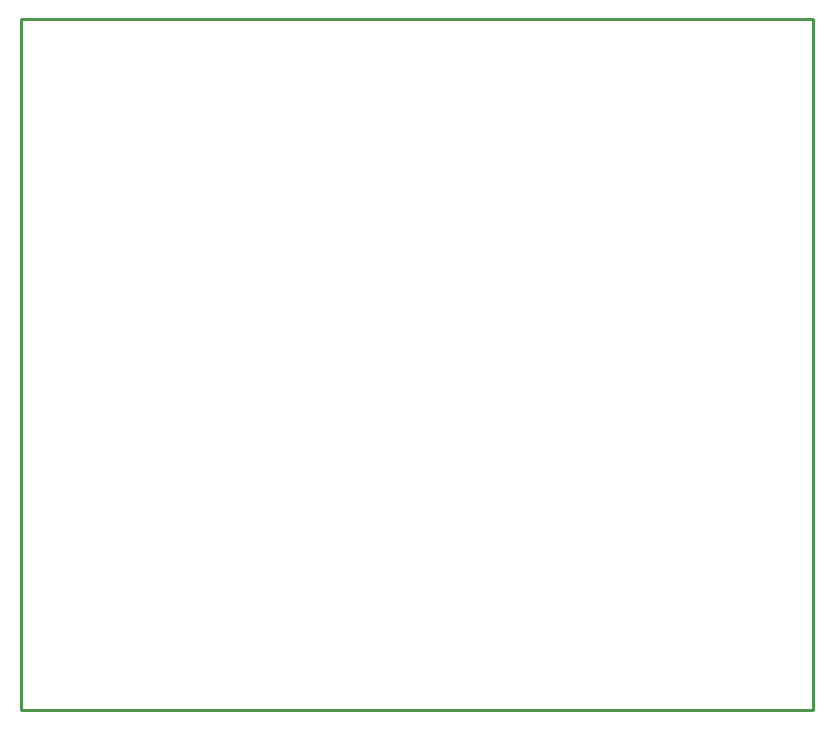
<source format=gbr>
G04*
G04 #@! TF.GenerationSoftware,Altium Limited,Altium Designer,23.2.1 (34)*
G04*
G04 Layer_Color=16711935*
%FSLAX25Y25*%
%MOIN*%
G70*
G04*
G04 #@! TF.SameCoordinates,168D8CC4-6B96-4916-8BE8-BBD7D9E71175*
G04*
G04*
G04 #@! TF.FilePolarity,Positive*
G04*
G01*
G75*
%ADD58C,0.01000*%
D58*
X500Y43000D02*
Y273000D01*
Y43000D02*
X264500D01*
Y273500D01*
X500Y273500D02*
X264500Y273500D01*
M02*

</source>
